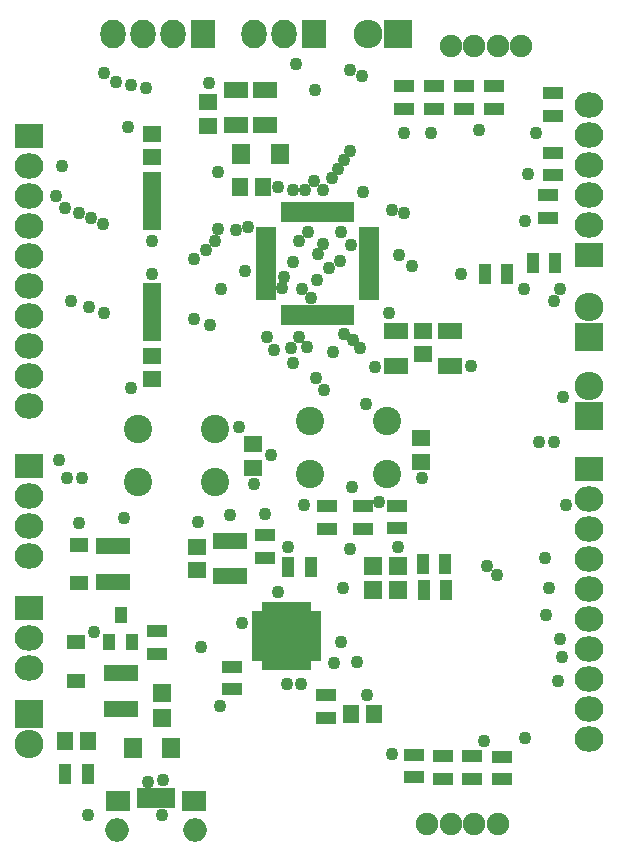
<source format=gts>
G04 #@! TF.FileFunction,Soldermask,Top*
%FSLAX46Y46*%
G04 Gerber Fmt 4.6, Leading zero omitted, Abs format (unit mm)*
G04 Created by KiCad (PCBNEW 4.0.1-stable) date 2/27/2016 10:04:35 PM*
%MOMM*%
G01*
G04 APERTURE LIST*
%ADD10C,0.100000*%
%ADD11R,1.400000X1.650000*%
%ADD12R,1.650000X1.400000*%
%ADD13R,2.900000X1.400000*%
%ADD14O,2.000000X2.000000*%
%ADD15R,0.800000X1.750000*%
%ADD16R,2.000000X1.800000*%
%ADD17R,1.598880X1.598880*%
%ADD18R,1.550620X1.799540*%
%ADD19R,2.432000X2.127200*%
%ADD20O,2.432000X2.127200*%
%ADD21R,2.127200X2.432000*%
%ADD22O,2.127200X2.432000*%
%ADD23R,2.432000X2.432000*%
%ADD24O,2.432000X2.432000*%
%ADD25C,1.900000*%
%ADD26R,1.700000X1.100000*%
%ADD27R,1.100000X1.700000*%
%ADD28R,1.700000X0.650000*%
%ADD29R,0.650000X1.700000*%
%ADD30R,1.100000X0.650000*%
%ADD31R,0.650000X1.100000*%
%ADD32R,2.125000X2.125000*%
%ADD33R,1.050000X1.450000*%
%ADD34C,2.400000*%
%ADD35R,1.600000X4.900000*%
%ADD36R,1.620000X1.310000*%
%ADD37R,2.000000X1.400000*%
%ADD38C,1.085800*%
G04 APERTURE END LIST*
D10*
D11*
X69326000Y-55372000D03*
X67326000Y-55372000D03*
D12*
X59944000Y-50816000D03*
X59944000Y-52816000D03*
X59944000Y-71612000D03*
X59944000Y-69612000D03*
D11*
X52500000Y-102250000D03*
X54500000Y-102250000D03*
D12*
X63700000Y-85780000D03*
X63700000Y-87780000D03*
D13*
X66550000Y-85280000D03*
X66550000Y-88280000D03*
D11*
X76720000Y-99940000D03*
X78720000Y-99940000D03*
D13*
X56600000Y-88750000D03*
X56600000Y-85750000D03*
X57250000Y-96500000D03*
X57250000Y-99500000D03*
D12*
X68450000Y-77110000D03*
X68450000Y-79110000D03*
X82690000Y-76610000D03*
X82690000Y-78610000D03*
D14*
X63550000Y-109750000D03*
X56950000Y-109750000D03*
D15*
X61550000Y-107075000D03*
X60900000Y-107075000D03*
X60250000Y-107075000D03*
X59600000Y-107075000D03*
X58950000Y-107075000D03*
D16*
X57050000Y-107300000D03*
X63450000Y-107300000D03*
D17*
X80729020Y-87400000D03*
X78630980Y-87400000D03*
X80729020Y-89460000D03*
X78630980Y-89460000D03*
D18*
X61525600Y-102820000D03*
X58274400Y-102820000D03*
X67462400Y-52578000D03*
X70713600Y-52578000D03*
D19*
X96930000Y-79200000D03*
D20*
X96930000Y-81740000D03*
X96930000Y-84280000D03*
X96930000Y-86820000D03*
X96930000Y-89360000D03*
X96930000Y-91900000D03*
X96930000Y-94440000D03*
X96930000Y-96980000D03*
X96930000Y-99520000D03*
X96930000Y-102060000D03*
D19*
X49500000Y-51000000D03*
D20*
X49500000Y-53540000D03*
X49500000Y-56080000D03*
X49500000Y-58620000D03*
X49500000Y-61160000D03*
X49500000Y-63700000D03*
X49500000Y-66240000D03*
X49500000Y-68780000D03*
X49500000Y-71320000D03*
X49500000Y-73860000D03*
D19*
X49500000Y-79000000D03*
D20*
X49500000Y-81540000D03*
X49500000Y-84080000D03*
X49500000Y-86620000D03*
D21*
X64250000Y-42418000D03*
D22*
X61710000Y-42418000D03*
X59170000Y-42418000D03*
X56630000Y-42418000D03*
D23*
X80772000Y-42418000D03*
D24*
X78232000Y-42418000D03*
D23*
X96930000Y-68020000D03*
D24*
X96930000Y-65480000D03*
D23*
X49500000Y-100000000D03*
D24*
X49500000Y-102540000D03*
D19*
X96930000Y-61110000D03*
D20*
X96930000Y-58570000D03*
X96930000Y-56030000D03*
X96930000Y-53490000D03*
X96930000Y-50950000D03*
X96930000Y-48410000D03*
D23*
X96930000Y-74730000D03*
D24*
X96930000Y-72190000D03*
D25*
X91190000Y-43360000D03*
X89190000Y-43360000D03*
X87190000Y-43360000D03*
X85190000Y-43360000D03*
X83180000Y-109230000D03*
X85180000Y-109230000D03*
X87180000Y-109230000D03*
X89180000Y-109230000D03*
D21*
X73660000Y-42418000D03*
D22*
X71120000Y-42418000D03*
X68580000Y-42418000D03*
D26*
X74710000Y-82370000D03*
X74710000Y-84270000D03*
X74610000Y-100270000D03*
X74610000Y-98370000D03*
D27*
X73330000Y-87540000D03*
X71430000Y-87540000D03*
D26*
X69460000Y-84830000D03*
X69460000Y-86730000D03*
X77730000Y-84270000D03*
X77730000Y-82370000D03*
X66720000Y-97850000D03*
X66720000Y-95950000D03*
X80610000Y-84210000D03*
X80610000Y-82310000D03*
D27*
X84740000Y-87280000D03*
X82840000Y-87280000D03*
X84800000Y-89460000D03*
X82900000Y-89460000D03*
X52550000Y-105000000D03*
X54450000Y-105000000D03*
X92130000Y-61800000D03*
X94030000Y-61800000D03*
D26*
X93880000Y-47400000D03*
X93880000Y-49300000D03*
X93840000Y-52430000D03*
X93840000Y-54330000D03*
X93460000Y-57950000D03*
X93460000Y-56050000D03*
D27*
X88080000Y-62740000D03*
X89980000Y-62740000D03*
D28*
X69580000Y-59050000D03*
X69580000Y-59550000D03*
X69580000Y-60050000D03*
X69580000Y-60550000D03*
X69580000Y-61050000D03*
X69580000Y-61550000D03*
X69580000Y-62050000D03*
X69580000Y-62550000D03*
X69580000Y-63050000D03*
X69580000Y-63550000D03*
X69580000Y-64050000D03*
X69580000Y-64550000D03*
D29*
X71180000Y-66150000D03*
X71680000Y-66150000D03*
X72180000Y-66150000D03*
X72680000Y-66150000D03*
X73180000Y-66150000D03*
X73680000Y-66150000D03*
X74180000Y-66150000D03*
X74680000Y-66150000D03*
X75180000Y-66150000D03*
X75680000Y-66150000D03*
X76180000Y-66150000D03*
X76680000Y-66150000D03*
D28*
X78280000Y-64550000D03*
X78280000Y-64050000D03*
X78280000Y-63550000D03*
X78280000Y-63050000D03*
X78280000Y-62550000D03*
X78280000Y-62050000D03*
X78280000Y-61550000D03*
X78280000Y-61050000D03*
X78280000Y-60550000D03*
X78280000Y-60050000D03*
X78280000Y-59550000D03*
X78280000Y-59050000D03*
D29*
X76680000Y-57450000D03*
X76180000Y-57450000D03*
X75680000Y-57450000D03*
X75180000Y-57450000D03*
X74680000Y-57450000D03*
X74180000Y-57450000D03*
X73680000Y-57450000D03*
X73180000Y-57450000D03*
X72680000Y-57450000D03*
X72180000Y-57450000D03*
X71680000Y-57450000D03*
X71180000Y-57450000D03*
D30*
X68900000Y-91600000D03*
X68900000Y-92100000D03*
X68900000Y-92600000D03*
X68900000Y-93100000D03*
X68900000Y-93600000D03*
X68900000Y-94100000D03*
X68900000Y-94600000D03*
X68900000Y-95100000D03*
D31*
X69550000Y-95750000D03*
X70050000Y-95750000D03*
X70550000Y-95750000D03*
X71050000Y-95750000D03*
X71550000Y-95750000D03*
X72050000Y-95750000D03*
X72550000Y-95750000D03*
X73050000Y-95750000D03*
D30*
X73700000Y-95100000D03*
X73700000Y-94600000D03*
X73700000Y-94100000D03*
X73700000Y-93600000D03*
X73700000Y-93100000D03*
X73700000Y-92600000D03*
X73700000Y-92100000D03*
X73700000Y-91600000D03*
D31*
X73050000Y-90950000D03*
X72550000Y-90950000D03*
X72050000Y-90950000D03*
X71550000Y-90950000D03*
X71050000Y-90950000D03*
X70550000Y-90950000D03*
X70050000Y-90950000D03*
X69550000Y-90950000D03*
D32*
X72162500Y-94212500D03*
X72162500Y-92487500D03*
X70437500Y-94212500D03*
X70437500Y-92487500D03*
D33*
X56300000Y-93900000D03*
X58200000Y-93900000D03*
X57250000Y-91600000D03*
D34*
X65200000Y-80340000D03*
X58700000Y-80340000D03*
X65200000Y-75840000D03*
X58700000Y-75840000D03*
X79790000Y-79680000D03*
X73290000Y-79680000D03*
X79790000Y-75180000D03*
X73290000Y-75180000D03*
D35*
X59944000Y-65904000D03*
X59944000Y-56524000D03*
D17*
X60750000Y-98200980D03*
X60750000Y-100299020D03*
D26*
X60290000Y-94860000D03*
X60290000Y-92960000D03*
X82080000Y-105330000D03*
X82080000Y-103430000D03*
X84540000Y-105440000D03*
X84540000Y-103540000D03*
X87000000Y-105440000D03*
X87000000Y-103540000D03*
X89510000Y-105500000D03*
X89510000Y-103600000D03*
X88900000Y-46802000D03*
X88900000Y-48702000D03*
X86360000Y-46802000D03*
X86360000Y-48702000D03*
X83820000Y-46802000D03*
X83820000Y-48702000D03*
X81280000Y-46802000D03*
X81280000Y-48702000D03*
D36*
X53500000Y-93865000D03*
X53500000Y-97135000D03*
X53700000Y-88885000D03*
X53700000Y-85615000D03*
D19*
X49500000Y-91000000D03*
D20*
X49500000Y-93540000D03*
X49500000Y-96080000D03*
D12*
X64650000Y-50150000D03*
X64650000Y-48150000D03*
D37*
X67000000Y-50100000D03*
X67000000Y-47100000D03*
X69450000Y-50100000D03*
X69450000Y-47100000D03*
D12*
X82850000Y-67500000D03*
X82850000Y-69500000D03*
D37*
X85100000Y-67500000D03*
X85100000Y-70500000D03*
X80550000Y-67500000D03*
X80550000Y-70500000D03*
D38*
X73700000Y-47150000D03*
X78750000Y-70550000D03*
X86900000Y-70500000D03*
X64700000Y-46500000D03*
X65532000Y-54102000D03*
X57550000Y-83350000D03*
X71400000Y-85800000D03*
X69450000Y-83000000D03*
X66550000Y-83100000D03*
X76200000Y-67818000D03*
X67818000Y-62484000D03*
X72162500Y-94212500D03*
X70437500Y-94212500D03*
X70437500Y-92487500D03*
X72162500Y-92487500D03*
X71882000Y-55626000D03*
X57912000Y-50292000D03*
X58166000Y-72390000D03*
X82804000Y-80010000D03*
X80264000Y-103378000D03*
X68580000Y-80518000D03*
X87630000Y-50546000D03*
X65660000Y-99240000D03*
X63820000Y-83740000D03*
X75300000Y-95660000D03*
X78080000Y-98380000D03*
X55020000Y-92990000D03*
X59944000Y-59944000D03*
X65278000Y-59944000D03*
X59944000Y-62738000D03*
X64516000Y-60706000D03*
X70000000Y-78000000D03*
X72750000Y-82250000D03*
X63500000Y-61468000D03*
X63500000Y-66548000D03*
X67310000Y-75692000D03*
X71882000Y-61722000D03*
X92456000Y-50800000D03*
X70900000Y-63900000D03*
X78050000Y-73750000D03*
X54500000Y-108500000D03*
X60750000Y-108500000D03*
X60800000Y-105540000D03*
X71310000Y-97440000D03*
X59590000Y-105690000D03*
X72480000Y-97410000D03*
X65786000Y-64008000D03*
X52070000Y-78486000D03*
X73750000Y-71500000D03*
X52750000Y-80000000D03*
X54000000Y-80000000D03*
X74500000Y-72500000D03*
X59436000Y-46990000D03*
X76708000Y-52324000D03*
X58166000Y-46736000D03*
X76200000Y-53086000D03*
X75692000Y-53848000D03*
X56896000Y-46482000D03*
X75184000Y-54610000D03*
X55880000Y-45720000D03*
X77724000Y-45974000D03*
X74422000Y-55626000D03*
X73660000Y-54864000D03*
X76708000Y-45466000D03*
X93980000Y-65024000D03*
X74422000Y-60198000D03*
X94488000Y-64008000D03*
X75946000Y-59182000D03*
X77750000Y-55750000D03*
X91500000Y-58250000D03*
X76750000Y-60250000D03*
X91750000Y-54250000D03*
X94742000Y-73152000D03*
X91440000Y-64008000D03*
X88000000Y-102250000D03*
X75850000Y-61600000D03*
X81250000Y-57500000D03*
X83500000Y-50750000D03*
X91500000Y-102000000D03*
X74000000Y-61000000D03*
X80250000Y-57250000D03*
X81250000Y-50750000D03*
X72898000Y-55626000D03*
X72136000Y-44958000D03*
X76080000Y-89330000D03*
X77270000Y-95570000D03*
X76630000Y-86010000D03*
X70600000Y-89650000D03*
X69650000Y-68000000D03*
X76800000Y-80750000D03*
X80700000Y-85840000D03*
X67500000Y-92290000D03*
X79150000Y-82050000D03*
X70250000Y-69150000D03*
X86106000Y-62738000D03*
X74930000Y-62230000D03*
X53750000Y-83800000D03*
X75940000Y-93860000D03*
X64050000Y-94300000D03*
X93980000Y-76962000D03*
X80010000Y-66040000D03*
X92710000Y-76962000D03*
X76962000Y-68326000D03*
X94996000Y-82296000D03*
X77500000Y-69000000D03*
X53750000Y-57500000D03*
X68000000Y-58750000D03*
X54750000Y-58000000D03*
X67000000Y-59000000D03*
X55750000Y-58500000D03*
X65532000Y-58928000D03*
X53086000Y-65024000D03*
X73914000Y-63246000D03*
X54610000Y-65532000D03*
X72644000Y-64008000D03*
X55880000Y-66040000D03*
X73406000Y-64770000D03*
X81900000Y-62000000D03*
X94300000Y-97200000D03*
X88300000Y-87450000D03*
X94650000Y-95150000D03*
X89150000Y-88200000D03*
X80800000Y-61100000D03*
X71850000Y-70200000D03*
X94450000Y-93650000D03*
X71700000Y-69000000D03*
X93300000Y-91550000D03*
X72350000Y-68050000D03*
X93500000Y-89250000D03*
X73000000Y-68850000D03*
X93200000Y-86750000D03*
X52300000Y-53550000D03*
X64800000Y-67050000D03*
X75200000Y-69350000D03*
X73152000Y-59182000D03*
X51816000Y-56134000D03*
X72390000Y-59944000D03*
X52578000Y-57150000D03*
X71120000Y-62992000D03*
X70612000Y-55372000D03*
M02*

</source>
